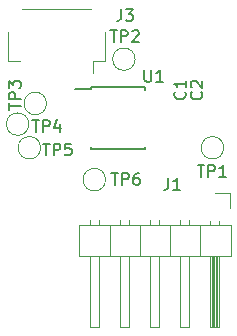
<source format=gbr>
G04 #@! TF.GenerationSoftware,KiCad,Pcbnew,5.1.5-52549c5~84~ubuntu18.04.1*
G04 #@! TF.CreationDate,2020-02-17T23:24:27+01:00*
G04 #@! TF.ProjectId,bldc_motor_encoder,626c6463-5f6d-46f7-946f-725f656e636f,rev?*
G04 #@! TF.SameCoordinates,Original*
G04 #@! TF.FileFunction,Legend,Top*
G04 #@! TF.FilePolarity,Positive*
%FSLAX46Y46*%
G04 Gerber Fmt 4.6, Leading zero omitted, Abs format (unit mm)*
G04 Created by KiCad (PCBNEW 5.1.5-52549c5~84~ubuntu18.04.1) date 2020-02-17 23:24:27*
%MOMM*%
%LPD*%
G04 APERTURE LIST*
%ADD10C,0.120000*%
%ADD11C,0.150000*%
G04 APERTURE END LIST*
D10*
X137740000Y-80715000D02*
X131860000Y-80715000D01*
X130690000Y-85185000D02*
X131740000Y-85185000D01*
X130690000Y-82685000D02*
X130690000Y-85185000D01*
X137860000Y-85185000D02*
X137860000Y-86175000D01*
X138910000Y-85185000D02*
X137860000Y-85185000D01*
X138910000Y-82685000D02*
X138910000Y-85185000D01*
X149470000Y-96330000D02*
X149470000Y-97600000D01*
X148200000Y-96330000D02*
X149470000Y-96330000D01*
X137660000Y-98642929D02*
X137660000Y-99040000D01*
X138420000Y-98642929D02*
X138420000Y-99040000D01*
X137660000Y-107700000D02*
X137660000Y-101700000D01*
X138420000Y-107700000D02*
X137660000Y-107700000D01*
X138420000Y-101700000D02*
X138420000Y-107700000D01*
X139310000Y-99040000D02*
X139310000Y-101700000D01*
X140200000Y-98642929D02*
X140200000Y-99040000D01*
X140960000Y-98642929D02*
X140960000Y-99040000D01*
X140200000Y-107700000D02*
X140200000Y-101700000D01*
X140960000Y-107700000D02*
X140200000Y-107700000D01*
X140960000Y-101700000D02*
X140960000Y-107700000D01*
X141850000Y-99040000D02*
X141850000Y-101700000D01*
X142740000Y-98642929D02*
X142740000Y-99040000D01*
X143500000Y-98642929D02*
X143500000Y-99040000D01*
X142740000Y-107700000D02*
X142740000Y-101700000D01*
X143500000Y-107700000D02*
X142740000Y-107700000D01*
X143500000Y-101700000D02*
X143500000Y-107700000D01*
X144390000Y-99040000D02*
X144390000Y-101700000D01*
X145280000Y-98642929D02*
X145280000Y-99040000D01*
X146040000Y-98642929D02*
X146040000Y-99040000D01*
X145280000Y-107700000D02*
X145280000Y-101700000D01*
X146040000Y-107700000D02*
X145280000Y-107700000D01*
X146040000Y-101700000D02*
X146040000Y-107700000D01*
X146930000Y-99040000D02*
X146930000Y-101700000D01*
X147820000Y-98710000D02*
X147820000Y-99040000D01*
X148580000Y-98710000D02*
X148580000Y-99040000D01*
X147920000Y-101700000D02*
X147920000Y-107700000D01*
X148040000Y-101700000D02*
X148040000Y-107700000D01*
X148160000Y-101700000D02*
X148160000Y-107700000D01*
X148280000Y-101700000D02*
X148280000Y-107700000D01*
X148400000Y-101700000D02*
X148400000Y-107700000D01*
X148520000Y-101700000D02*
X148520000Y-107700000D01*
X147820000Y-107700000D02*
X147820000Y-101700000D01*
X148580000Y-107700000D02*
X147820000Y-107700000D01*
X148580000Y-101700000D02*
X148580000Y-107700000D01*
X149530000Y-101700000D02*
X149530000Y-99040000D01*
X136710000Y-101700000D02*
X149530000Y-101700000D01*
X136710000Y-99040000D02*
X136710000Y-101700000D01*
X149530000Y-99040000D02*
X136710000Y-99040000D01*
X138950000Y-95200000D02*
G75*
G03X138950000Y-95200000I-950000J0D01*
G01*
X133450000Y-92500000D02*
G75*
G03X133450000Y-92500000I-950000J0D01*
G01*
X132450000Y-90500000D02*
G75*
G03X132450000Y-90500000I-950000J0D01*
G01*
X133950000Y-88750000D02*
G75*
G03X133950000Y-88750000I-950000J0D01*
G01*
X141450000Y-85000000D02*
G75*
G03X141450000Y-85000000I-950000J0D01*
G01*
X148950000Y-92500000D02*
G75*
G03X148950000Y-92500000I-950000J0D01*
G01*
D11*
X137675000Y-87500000D02*
X136325000Y-87500000D01*
X137675000Y-92625000D02*
X142325000Y-92625000D01*
X137675000Y-87375000D02*
X142325000Y-87375000D01*
X137675000Y-92625000D02*
X137675000Y-92400000D01*
X142325000Y-92625000D02*
X142325000Y-92400000D01*
X142325000Y-87375000D02*
X142325000Y-87600000D01*
X137675000Y-87375000D02*
X137675000Y-87500000D01*
X140266666Y-80752380D02*
X140266666Y-81466666D01*
X140219047Y-81609523D01*
X140123809Y-81704761D01*
X139980952Y-81752380D01*
X139885714Y-81752380D01*
X140647619Y-80752380D02*
X141266666Y-80752380D01*
X140933333Y-81133333D01*
X141076190Y-81133333D01*
X141171428Y-81180952D01*
X141219047Y-81228571D01*
X141266666Y-81323809D01*
X141266666Y-81561904D01*
X141219047Y-81657142D01*
X141171428Y-81704761D01*
X141076190Y-81752380D01*
X140790476Y-81752380D01*
X140695238Y-81704761D01*
X140647619Y-81657142D01*
X144266666Y-95052380D02*
X144266666Y-95766666D01*
X144219047Y-95909523D01*
X144123809Y-96004761D01*
X143980952Y-96052380D01*
X143885714Y-96052380D01*
X145266666Y-96052380D02*
X144695238Y-96052380D01*
X144980952Y-96052380D02*
X144980952Y-95052380D01*
X144885714Y-95195238D01*
X144790476Y-95290476D01*
X144695238Y-95338095D01*
X139438095Y-94652380D02*
X140009523Y-94652380D01*
X139723809Y-95652380D02*
X139723809Y-94652380D01*
X140342857Y-95652380D02*
X140342857Y-94652380D01*
X140723809Y-94652380D01*
X140819047Y-94700000D01*
X140866666Y-94747619D01*
X140914285Y-94842857D01*
X140914285Y-94985714D01*
X140866666Y-95080952D01*
X140819047Y-95128571D01*
X140723809Y-95176190D01*
X140342857Y-95176190D01*
X141771428Y-94652380D02*
X141580952Y-94652380D01*
X141485714Y-94700000D01*
X141438095Y-94747619D01*
X141342857Y-94890476D01*
X141295238Y-95080952D01*
X141295238Y-95461904D01*
X141342857Y-95557142D01*
X141390476Y-95604761D01*
X141485714Y-95652380D01*
X141676190Y-95652380D01*
X141771428Y-95604761D01*
X141819047Y-95557142D01*
X141866666Y-95461904D01*
X141866666Y-95223809D01*
X141819047Y-95128571D01*
X141771428Y-95080952D01*
X141676190Y-95033333D01*
X141485714Y-95033333D01*
X141390476Y-95080952D01*
X141342857Y-95128571D01*
X141295238Y-95223809D01*
X133638095Y-92152380D02*
X134209523Y-92152380D01*
X133923809Y-93152380D02*
X133923809Y-92152380D01*
X134542857Y-93152380D02*
X134542857Y-92152380D01*
X134923809Y-92152380D01*
X135019047Y-92200000D01*
X135066666Y-92247619D01*
X135114285Y-92342857D01*
X135114285Y-92485714D01*
X135066666Y-92580952D01*
X135019047Y-92628571D01*
X134923809Y-92676190D01*
X134542857Y-92676190D01*
X136019047Y-92152380D02*
X135542857Y-92152380D01*
X135495238Y-92628571D01*
X135542857Y-92580952D01*
X135638095Y-92533333D01*
X135876190Y-92533333D01*
X135971428Y-92580952D01*
X136019047Y-92628571D01*
X136066666Y-92723809D01*
X136066666Y-92961904D01*
X136019047Y-93057142D01*
X135971428Y-93104761D01*
X135876190Y-93152380D01*
X135638095Y-93152380D01*
X135542857Y-93104761D01*
X135495238Y-93057142D01*
X132738095Y-90152380D02*
X133309523Y-90152380D01*
X133023809Y-91152380D02*
X133023809Y-90152380D01*
X133642857Y-91152380D02*
X133642857Y-90152380D01*
X134023809Y-90152380D01*
X134119047Y-90200000D01*
X134166666Y-90247619D01*
X134214285Y-90342857D01*
X134214285Y-90485714D01*
X134166666Y-90580952D01*
X134119047Y-90628571D01*
X134023809Y-90676190D01*
X133642857Y-90676190D01*
X135071428Y-90485714D02*
X135071428Y-91152380D01*
X134833333Y-90104761D02*
X134595238Y-90819047D01*
X135214285Y-90819047D01*
X130752380Y-89261904D02*
X130752380Y-88690476D01*
X131752380Y-88976190D02*
X130752380Y-88976190D01*
X131752380Y-88357142D02*
X130752380Y-88357142D01*
X130752380Y-87976190D01*
X130800000Y-87880952D01*
X130847619Y-87833333D01*
X130942857Y-87785714D01*
X131085714Y-87785714D01*
X131180952Y-87833333D01*
X131228571Y-87880952D01*
X131276190Y-87976190D01*
X131276190Y-88357142D01*
X130752380Y-87452380D02*
X130752380Y-86833333D01*
X131133333Y-87166666D01*
X131133333Y-87023809D01*
X131180952Y-86928571D01*
X131228571Y-86880952D01*
X131323809Y-86833333D01*
X131561904Y-86833333D01*
X131657142Y-86880952D01*
X131704761Y-86928571D01*
X131752380Y-87023809D01*
X131752380Y-87309523D01*
X131704761Y-87404761D01*
X131657142Y-87452380D01*
X139338095Y-82552380D02*
X139909523Y-82552380D01*
X139623809Y-83552380D02*
X139623809Y-82552380D01*
X140242857Y-83552380D02*
X140242857Y-82552380D01*
X140623809Y-82552380D01*
X140719047Y-82600000D01*
X140766666Y-82647619D01*
X140814285Y-82742857D01*
X140814285Y-82885714D01*
X140766666Y-82980952D01*
X140719047Y-83028571D01*
X140623809Y-83076190D01*
X140242857Y-83076190D01*
X141195238Y-82647619D02*
X141242857Y-82600000D01*
X141338095Y-82552380D01*
X141576190Y-82552380D01*
X141671428Y-82600000D01*
X141719047Y-82647619D01*
X141766666Y-82742857D01*
X141766666Y-82838095D01*
X141719047Y-82980952D01*
X141147619Y-83552380D01*
X141766666Y-83552380D01*
X146738095Y-93952380D02*
X147309523Y-93952380D01*
X147023809Y-94952380D02*
X147023809Y-93952380D01*
X147642857Y-94952380D02*
X147642857Y-93952380D01*
X148023809Y-93952380D01*
X148119047Y-94000000D01*
X148166666Y-94047619D01*
X148214285Y-94142857D01*
X148214285Y-94285714D01*
X148166666Y-94380952D01*
X148119047Y-94428571D01*
X148023809Y-94476190D01*
X147642857Y-94476190D01*
X149166666Y-94952380D02*
X148595238Y-94952380D01*
X148880952Y-94952380D02*
X148880952Y-93952380D01*
X148785714Y-94095238D01*
X148690476Y-94190476D01*
X148595238Y-94238095D01*
X142238095Y-85902380D02*
X142238095Y-86711904D01*
X142285714Y-86807142D01*
X142333333Y-86854761D01*
X142428571Y-86902380D01*
X142619047Y-86902380D01*
X142714285Y-86854761D01*
X142761904Y-86807142D01*
X142809523Y-86711904D01*
X142809523Y-85902380D01*
X143809523Y-86902380D02*
X143238095Y-86902380D01*
X143523809Y-86902380D02*
X143523809Y-85902380D01*
X143428571Y-86045238D01*
X143333333Y-86140476D01*
X143238095Y-86188095D01*
X147057142Y-87766666D02*
X147104761Y-87814285D01*
X147152380Y-87957142D01*
X147152380Y-88052380D01*
X147104761Y-88195238D01*
X147009523Y-88290476D01*
X146914285Y-88338095D01*
X146723809Y-88385714D01*
X146580952Y-88385714D01*
X146390476Y-88338095D01*
X146295238Y-88290476D01*
X146200000Y-88195238D01*
X146152380Y-88052380D01*
X146152380Y-87957142D01*
X146200000Y-87814285D01*
X146247619Y-87766666D01*
X146247619Y-87385714D02*
X146200000Y-87338095D01*
X146152380Y-87242857D01*
X146152380Y-87004761D01*
X146200000Y-86909523D01*
X146247619Y-86861904D01*
X146342857Y-86814285D01*
X146438095Y-86814285D01*
X146580952Y-86861904D01*
X147152380Y-87433333D01*
X147152380Y-86814285D01*
X145657142Y-87766666D02*
X145704761Y-87814285D01*
X145752380Y-87957142D01*
X145752380Y-88052380D01*
X145704761Y-88195238D01*
X145609523Y-88290476D01*
X145514285Y-88338095D01*
X145323809Y-88385714D01*
X145180952Y-88385714D01*
X144990476Y-88338095D01*
X144895238Y-88290476D01*
X144800000Y-88195238D01*
X144752380Y-88052380D01*
X144752380Y-87957142D01*
X144800000Y-87814285D01*
X144847619Y-87766666D01*
X145752380Y-86814285D02*
X145752380Y-87385714D01*
X145752380Y-87100000D02*
X144752380Y-87100000D01*
X144895238Y-87195238D01*
X144990476Y-87290476D01*
X145038095Y-87385714D01*
M02*

</source>
